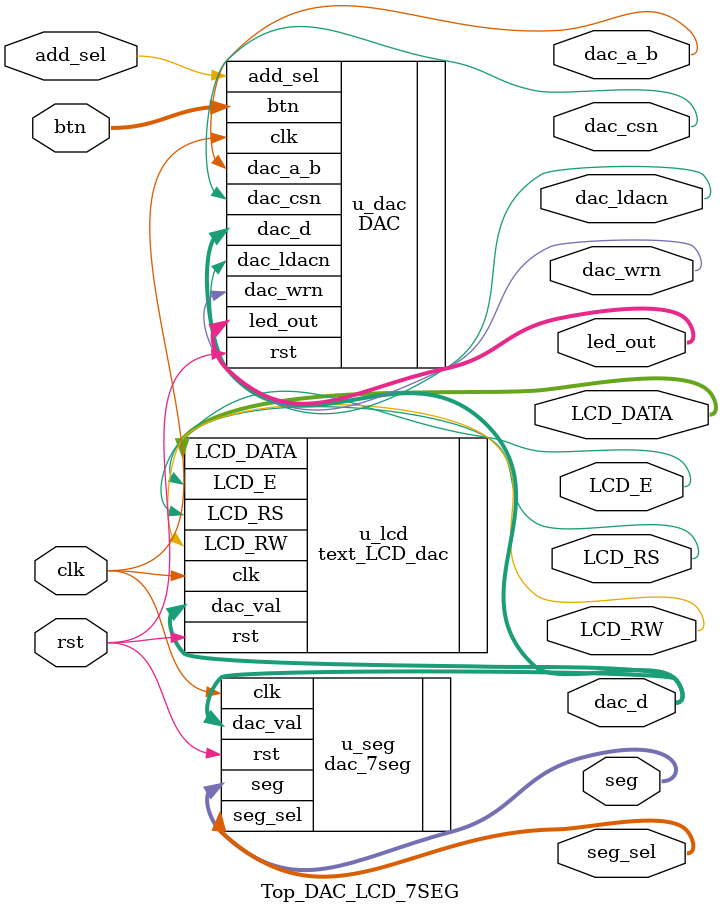
<source format=v>
`timescale 1ns / 1ps


module Top_DAC_LCD_7SEG(
    input        clk,
    input        rst,
    input  [5:0] btn,
    input        add_sel,

    // DAC
    output       dac_csn,
    output       dac_ldacn,
    output       dac_wrn,
    output       dac_a_b,
    output [7:0] dac_d,
    output [7:0] led_out,

    // 7-seg
    output [7:0] seg_sel,
    output [7:0] seg,

    // Text LCD
    output       LCD_E,
    output       LCD_RS,
    output       LCD_RW,
    output [7:0] LCD_DATA
);

    DAC u_dac (
        .clk      (clk),
        .rst      (rst),
        .btn      (btn),
        .add_sel  (add_sel),
        .dac_csn  (dac_csn),
        .dac_ldacn(dac_ldacn),
        .dac_wrn  (dac_wrn),
        .dac_a_b  (dac_a_b),
        .dac_d    (dac_d),
        .led_out  (led_out)
    );

    text_LCD_dac u_lcd (
        .rst      (rst),
        .clk      (clk),
        .dac_val  (dac_d),
        .LCD_E    (LCD_E),
        .LCD_RS   (LCD_RS),
        .LCD_RW   (LCD_RW),
        .LCD_DATA (LCD_DATA)
    );

    dac_7seg u_seg (
        .clk     (clk),
        .rst     (rst),
        .dac_val (dac_d),
        .seg_sel (seg_sel),
        .seg     (seg)
    );

endmodule

</source>
